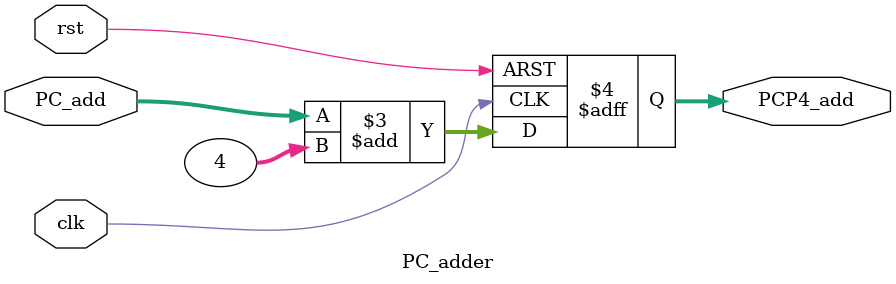
<source format=sv>
/*/////////////////////////////////////////////
 File: PC_adder.sv
 Author: Manav Shah
 ----------------------------------------------

    ██████╗ ██╗███████╗ ██████╗██╗  ██╗██╗   ██╗
    ██╔══██╗██║██╔════╝██╔════╝██║ ██╔╝╚██╗ ██╔╝
    ██████╔╝██║███████╗██║     █████╔╝  ╚████╔╝ 
    ██╔══██╗██║╚════██║██║     ██╔═██╗   ╚██╔╝  
    ██║  ██║██║███████║╚██████╗██║  ██╗   ██║   
    ╚═╝  ╚═╝╚═╝╚══════╝ ╚═════╝╚═╝  ╚═╝   ╚═╝   
 ----------------------------------------------
                                    
 Copyright (c) 2025 MANAV SHAH
*//////////////////////////////////////////////

module PC_adder(clk,rst,PC_add,PCP4_add);

input clk, rst;
input [31:0]PC_add;

output logic [31:0]PCP4_add;

always @(posedge clk or negedge rst)begin
if(!rst)begin
PCP4_add <= '0;
end
else begin
PCP4_add <= PC_add + 32'd4;
end
end

endmodule
</source>
